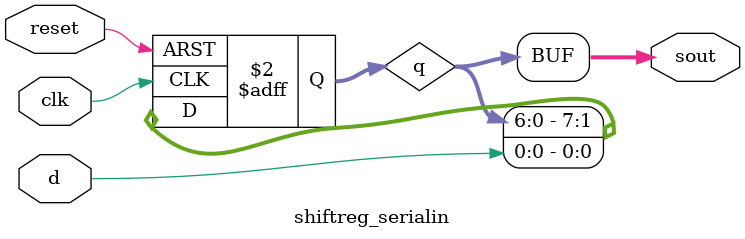
<source format=v>
`timescale 1ns / 1ps
module shiftreg_serialin #(parameter N = 8)(
	input wire clk,reset,
	input wire d,
	output wire [N-1:0] sout);
		reg [N-1:0] q;
	always @(posedge clk, posedge reset) begin
		if (reset) begin
			q <= 0;
		end else begin 			
				q <= {q[N-2:0], d};			
		end
	end
	assign sout = q;
endmodule

</source>
